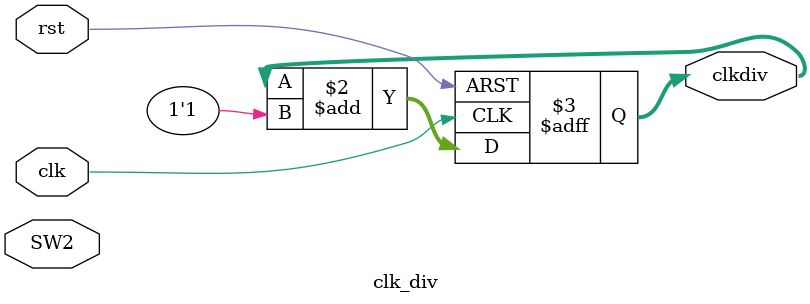
<source format=v>
`timescale 1ns / 1ps

module clk_div(
	input wire clk,
	input wire rst,
	input wire SW2,
	output reg [31:0] clkdiv
	);
	always @ (posedge clk or posedge rst) begin
		if (rst) begin
			clkdiv <= 0;
		end else begin
			clkdiv <= clkdiv + 1'b1;
		end
	end
	//assign Clk_CPU = SW2 ? clkdiv[24] : clkdiv[1]; // SWÑ¡ÔñÊ±ÖÓ
	
endmodule

</source>
